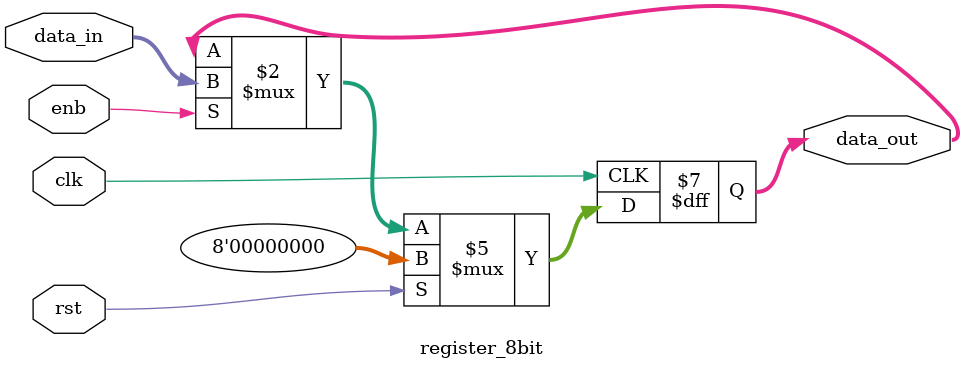
<source format=sv>
`timescale 1ns / 1ps

module register_8bit(
        input logic clk, rst, enb,
        input logic [7:0] data_in,
        output logic [7:0] data_out
    );
    
    always @(posedge clk) begin
        if (rst) data_out <= 0;
        else begin
            if (enb) data_out <= data_in;
        end
    end
    
endmodule

</source>
